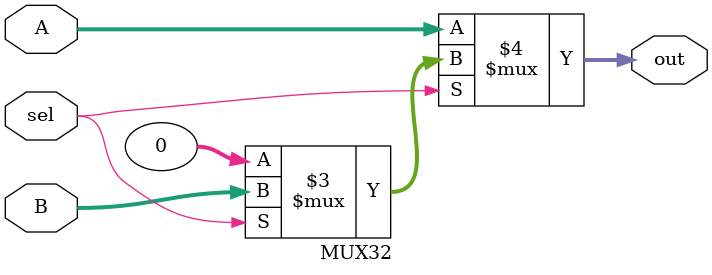
<source format=v>
module MUX32 (
    input  wire sel,
    input  wire [31:0] A,
    input  wire [31:0] B,
    output wire [31:0] out
);

    assign out =(sel == 0)? A :
                (sel == 1)? B :
                32'b00000000000000000000000000000000;

endmodule
</source>
